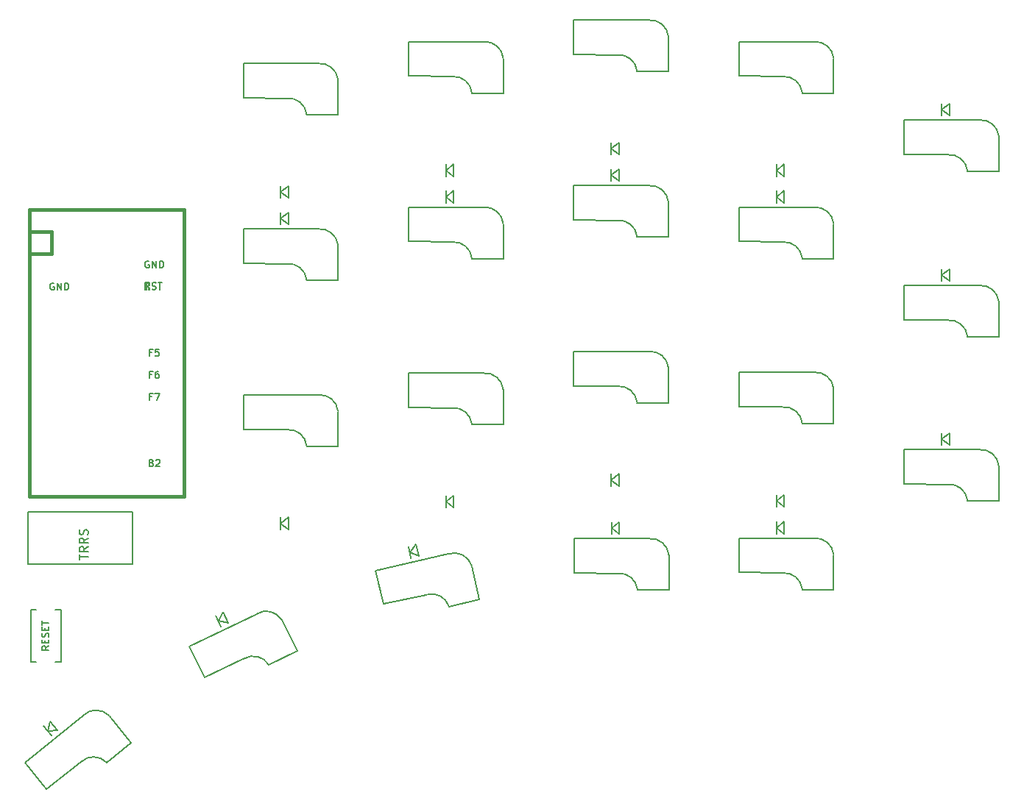
<source format=gto>
G04 #@! TF.GenerationSoftware,KiCad,Pcbnew,5.1.8*
G04 #@! TF.CreationDate,2020-12-01T13:34:08+01:00*
G04 #@! TF.ProjectId,puggle,70756767-6c65-42e6-9b69-6361645f7063,rev?*
G04 #@! TF.SameCoordinates,Original*
G04 #@! TF.FileFunction,Legend,Top*
G04 #@! TF.FilePolarity,Positive*
%FSLAX46Y46*%
G04 Gerber Fmt 4.6, Leading zero omitted, Abs format (unit mm)*
G04 Created by KiCad (PCBNEW 5.1.8) date 2020-12-01 13:34:08*
%MOMM*%
%LPD*%
G01*
G04 APERTURE LIST*
%ADD10C,0.150000*%
%ADD11C,0.381000*%
G04 APERTURE END LIST*
D10*
X94764000Y-106093000D02*
X94064000Y-106093000D01*
X91264000Y-106093000D02*
X91864000Y-106093000D01*
X91264000Y-112093000D02*
X91864000Y-112093000D01*
X94764000Y-112093000D02*
X94064000Y-112093000D01*
X91264000Y-106093000D02*
X91264000Y-112093000D01*
X94764000Y-112093000D02*
X94764000Y-106093000D01*
X102932000Y-100790000D02*
X90932000Y-100790000D01*
X102932000Y-94790000D02*
X102932000Y-100790000D01*
X90932000Y-94790000D02*
X102932000Y-94790000D01*
X90932000Y-100790000D02*
X90932000Y-94790000D01*
D11*
X91110000Y-62547500D02*
X91110000Y-93027500D01*
X91110000Y-93027500D02*
X108890000Y-93027500D01*
X108890000Y-93027500D02*
X108890000Y-62547500D01*
X93650000Y-62547500D02*
X93650000Y-65087500D01*
X93650000Y-65087500D02*
X91110000Y-65087500D01*
D10*
G36*
X104931568Y-68426860D02*
G01*
X104931568Y-68726860D01*
X104831568Y-68726860D01*
X104831568Y-68426860D01*
X104931568Y-68426860D01*
G37*
X104931568Y-68426860D02*
X104931568Y-68726860D01*
X104831568Y-68726860D01*
X104831568Y-68426860D01*
X104931568Y-68426860D01*
G36*
X104731568Y-68826860D02*
G01*
X104731568Y-68926860D01*
X104631568Y-68926860D01*
X104631568Y-68826860D01*
X104731568Y-68826860D01*
G37*
X104731568Y-68826860D02*
X104731568Y-68926860D01*
X104631568Y-68926860D01*
X104631568Y-68826860D01*
X104731568Y-68826860D01*
G36*
X104931568Y-68426860D02*
G01*
X104931568Y-68526860D01*
X104431568Y-68526860D01*
X104431568Y-68426860D01*
X104931568Y-68426860D01*
G37*
X104931568Y-68426860D02*
X104931568Y-68526860D01*
X104431568Y-68526860D01*
X104431568Y-68426860D01*
X104931568Y-68426860D01*
G36*
X104531568Y-68426860D02*
G01*
X104531568Y-69226860D01*
X104431568Y-69226860D01*
X104431568Y-68426860D01*
X104531568Y-68426860D01*
G37*
X104531568Y-68426860D02*
X104531568Y-69226860D01*
X104431568Y-69226860D01*
X104431568Y-68426860D01*
X104531568Y-68426860D01*
G36*
X104931568Y-69026860D02*
G01*
X104931568Y-69226860D01*
X104831568Y-69226860D01*
X104831568Y-69026860D01*
X104931568Y-69026860D01*
G37*
X104931568Y-69026860D02*
X104931568Y-69226860D01*
X104831568Y-69226860D01*
X104831568Y-69026860D01*
X104931568Y-69026860D01*
D11*
X108890000Y-62547500D02*
X108890000Y-60007500D01*
X108890000Y-60007500D02*
X91110000Y-60007500D01*
X91110000Y-60007500D02*
X91110000Y-62547500D01*
X93650000Y-62547500D02*
X91110000Y-62547500D01*
D10*
X172700000Y-101800000D02*
X177750000Y-101846000D01*
X172700000Y-101754000D02*
X172700000Y-97846000D01*
X172700000Y-97846000D02*
X181325000Y-97846000D01*
X183600000Y-99800000D02*
X183600000Y-103745000D01*
X183600000Y-103754000D02*
X179990000Y-103754000D01*
X183589000Y-99730000D02*
G75*
G03*
X181325000Y-97846000I-2074000J-190000D01*
G01*
X179985001Y-103729999D02*
G75*
G03*
X177725000Y-101850000I-2070000J-190001D01*
G01*
X164650000Y-103804000D02*
X161040000Y-103804000D01*
X164650000Y-99850000D02*
X164650000Y-103795000D01*
X153750000Y-97896000D02*
X162375000Y-97896000D01*
X153750000Y-101804000D02*
X153750000Y-97896000D01*
X153750000Y-101850000D02*
X158800000Y-101896000D01*
X161035001Y-103779999D02*
G75*
G03*
X158775000Y-101900000I-2070000J-190001D01*
G01*
X164639000Y-99780000D02*
G75*
G03*
X162375000Y-97896000I-2074000J-190000D01*
G01*
X131805325Y-105444061D02*
X136736242Y-104352880D01*
X131794977Y-105399240D02*
X130915869Y-101591402D01*
X130915869Y-101591402D02*
X139319811Y-99651199D01*
X141976057Y-101043355D02*
X142863489Y-104887245D01*
X142865513Y-104896014D02*
X139348037Y-105708087D01*
X141949592Y-100977624D02*
G75*
G03*
X139319811Y-99651199I-1978103J-651678D01*
G01*
X139337767Y-105685826D02*
G75*
G03*
X136712782Y-104362401I-1974205J-650780D01*
G01*
X111231579Y-113882485D02*
X115790654Y-111710056D01*
X111211414Y-113841141D02*
X109498259Y-110328654D01*
X109498259Y-110328654D02*
X117250358Y-106547703D01*
X120151692Y-107306652D02*
X121881066Y-110852394D01*
X121885011Y-110860484D02*
X118640365Y-112443003D01*
X120111119Y-107248558D02*
G75*
G03*
X117250358Y-106547703I-1780808J-1079953D01*
G01*
X118625350Y-112423623D02*
G75*
G03*
X115769937Y-111724610I-1777213J-1078200D01*
G01*
X93083369Y-126732719D02*
X97036905Y-123590400D01*
X93054421Y-126696970D02*
X90595036Y-123659884D01*
X90595036Y-123659884D02*
X97297920Y-118231995D01*
X100295619Y-118318835D02*
X102778288Y-121384676D01*
X102783952Y-121391670D02*
X99978455Y-123663516D01*
X100243019Y-118271356D02*
G75*
G03*
X97297920Y-118231995I-1492230J-1452869D01*
G01*
X99959466Y-123648011D02*
G75*
G03*
X97019994Y-123609241I-1489121J-1450351D01*
G01*
X191700000Y-91600000D02*
X196750000Y-91646000D01*
X191700000Y-91554000D02*
X191700000Y-87646000D01*
X191700000Y-87646000D02*
X200325000Y-87646000D01*
X202600000Y-89600000D02*
X202600000Y-93545000D01*
X202600000Y-93554000D02*
X198990000Y-93554000D01*
X202589000Y-89530000D02*
G75*
G03*
X200325000Y-87646000I-2074000J-190000D01*
G01*
X198985001Y-93529999D02*
G75*
G03*
X196725000Y-91650000I-2070000J-190001D01*
G01*
X172700000Y-82700000D02*
X177750000Y-82746000D01*
X172700000Y-82654000D02*
X172700000Y-78746000D01*
X172700000Y-78746000D02*
X181325000Y-78746000D01*
X183600000Y-80700000D02*
X183600000Y-84645000D01*
X183600000Y-84654000D02*
X179990000Y-84654000D01*
X183589000Y-80630000D02*
G75*
G03*
X181325000Y-78746000I-2074000J-190000D01*
G01*
X179985001Y-84629999D02*
G75*
G03*
X177725000Y-82750000I-2070000J-190001D01*
G01*
X153700000Y-80300000D02*
X158750000Y-80346000D01*
X153700000Y-80254000D02*
X153700000Y-76346000D01*
X153700000Y-76346000D02*
X162325000Y-76346000D01*
X164600000Y-78300000D02*
X164600000Y-82245000D01*
X164600000Y-82254000D02*
X160990000Y-82254000D01*
X164589000Y-78230000D02*
G75*
G03*
X162325000Y-76346000I-2074000J-190000D01*
G01*
X160985001Y-82229999D02*
G75*
G03*
X158725000Y-80350000I-2070000J-190001D01*
G01*
X134700000Y-82800000D02*
X139750000Y-82846000D01*
X134700000Y-82754000D02*
X134700000Y-78846000D01*
X134700000Y-78846000D02*
X143325000Y-78846000D01*
X145600000Y-80800000D02*
X145600000Y-84745000D01*
X145600000Y-84754000D02*
X141990000Y-84754000D01*
X145589000Y-80730000D02*
G75*
G03*
X143325000Y-78846000I-2074000J-190000D01*
G01*
X141985001Y-84729999D02*
G75*
G03*
X139725000Y-82850000I-2070000J-190001D01*
G01*
X115700000Y-85300000D02*
X120750000Y-85346000D01*
X115700000Y-85254000D02*
X115700000Y-81346000D01*
X115700000Y-81346000D02*
X124325000Y-81346000D01*
X126600000Y-83300000D02*
X126600000Y-87245000D01*
X126600000Y-87254000D02*
X122990000Y-87254000D01*
X126589000Y-83230000D02*
G75*
G03*
X124325000Y-81346000I-2074000J-190000D01*
G01*
X122985001Y-87229999D02*
G75*
G03*
X120725000Y-85350000I-2070000J-190001D01*
G01*
X191700000Y-72700000D02*
X196750000Y-72746000D01*
X191700000Y-72654000D02*
X191700000Y-68746000D01*
X191700000Y-68746000D02*
X200325000Y-68746000D01*
X202600000Y-70700000D02*
X202600000Y-74645000D01*
X202600000Y-74654000D02*
X198990000Y-74654000D01*
X202589000Y-70630000D02*
G75*
G03*
X200325000Y-68746000I-2074000J-190000D01*
G01*
X198985001Y-74629999D02*
G75*
G03*
X196725000Y-72750000I-2070000J-190001D01*
G01*
X172700000Y-63700000D02*
X177750000Y-63746000D01*
X172700000Y-63654000D02*
X172700000Y-59746000D01*
X172700000Y-59746000D02*
X181325000Y-59746000D01*
X183600000Y-61700000D02*
X183600000Y-65645000D01*
X183600000Y-65654000D02*
X179990000Y-65654000D01*
X183589000Y-61630000D02*
G75*
G03*
X181325000Y-59746000I-2074000J-190000D01*
G01*
X179985001Y-65629999D02*
G75*
G03*
X177725000Y-63750000I-2070000J-190001D01*
G01*
X153700000Y-61210000D02*
X158750000Y-61256000D01*
X153700000Y-61164000D02*
X153700000Y-57256000D01*
X153700000Y-57256000D02*
X162325000Y-57256000D01*
X164600000Y-59210000D02*
X164600000Y-63155000D01*
X164600000Y-63164000D02*
X160990000Y-63164000D01*
X164589000Y-59140000D02*
G75*
G03*
X162325000Y-57256000I-2074000J-190000D01*
G01*
X160985001Y-63139999D02*
G75*
G03*
X158725000Y-61260000I-2070000J-190001D01*
G01*
X134700000Y-63700000D02*
X139750000Y-63746000D01*
X134700000Y-63654000D02*
X134700000Y-59746000D01*
X134700000Y-59746000D02*
X143325000Y-59746000D01*
X145600000Y-61700000D02*
X145600000Y-65645000D01*
X145600000Y-65654000D02*
X141990000Y-65654000D01*
X145589000Y-61630000D02*
G75*
G03*
X143325000Y-59746000I-2074000J-190000D01*
G01*
X141985001Y-65629999D02*
G75*
G03*
X139725000Y-63750000I-2070000J-190001D01*
G01*
X115700000Y-66200000D02*
X120750000Y-66246000D01*
X115700000Y-66154000D02*
X115700000Y-62246000D01*
X115700000Y-62246000D02*
X124325000Y-62246000D01*
X126600000Y-64200000D02*
X126600000Y-68145000D01*
X126600000Y-68154000D02*
X122990000Y-68154000D01*
X126589000Y-64130000D02*
G75*
G03*
X124325000Y-62246000I-2074000J-190000D01*
G01*
X122985001Y-68129999D02*
G75*
G03*
X120725000Y-66250000I-2070000J-190001D01*
G01*
X191700000Y-53650000D02*
X196750000Y-53696000D01*
X191700000Y-53604000D02*
X191700000Y-49696000D01*
X191700000Y-49696000D02*
X200325000Y-49696000D01*
X202600000Y-51650000D02*
X202600000Y-55595000D01*
X202600000Y-55604000D02*
X198990000Y-55604000D01*
X202589000Y-51580000D02*
G75*
G03*
X200325000Y-49696000I-2074000J-190000D01*
G01*
X198985001Y-55579999D02*
G75*
G03*
X196725000Y-53700000I-2070000J-190001D01*
G01*
X172700000Y-44650000D02*
X177750000Y-44696000D01*
X172700000Y-44604000D02*
X172700000Y-40696000D01*
X172700000Y-40696000D02*
X181325000Y-40696000D01*
X183600000Y-42650000D02*
X183600000Y-46595000D01*
X183600000Y-46604000D02*
X179990000Y-46604000D01*
X183589000Y-42580000D02*
G75*
G03*
X181325000Y-40696000I-2074000J-190000D01*
G01*
X179985001Y-46579999D02*
G75*
G03*
X177725000Y-44700000I-2070000J-190001D01*
G01*
X153700000Y-42160000D02*
X158750000Y-42206000D01*
X153700000Y-42114000D02*
X153700000Y-38206000D01*
X153700000Y-38206000D02*
X162325000Y-38206000D01*
X164600000Y-40160000D02*
X164600000Y-44105000D01*
X164600000Y-44114000D02*
X160990000Y-44114000D01*
X164589000Y-40090000D02*
G75*
G03*
X162325000Y-38206000I-2074000J-190000D01*
G01*
X160985001Y-44089999D02*
G75*
G03*
X158725000Y-42210000I-2070000J-190001D01*
G01*
X134700000Y-44650000D02*
X139750000Y-44696000D01*
X134700000Y-44604000D02*
X134700000Y-40696000D01*
X134700000Y-40696000D02*
X143325000Y-40696000D01*
X145600000Y-42650000D02*
X145600000Y-46595000D01*
X145600000Y-46604000D02*
X141990000Y-46604000D01*
X145589000Y-42580000D02*
G75*
G03*
X143325000Y-40696000I-2074000J-190000D01*
G01*
X141985001Y-46579999D02*
G75*
G03*
X139725000Y-44700000I-2070000J-190001D01*
G01*
X115700000Y-47150000D02*
X120750000Y-47196000D01*
X115700000Y-47104000D02*
X115700000Y-43196000D01*
X115700000Y-43196000D02*
X124325000Y-43196000D01*
X126600000Y-45150000D02*
X126600000Y-49095000D01*
X126600000Y-49104000D02*
X122990000Y-49104000D01*
X126589000Y-45080000D02*
G75*
G03*
X124325000Y-43196000I-2074000J-190000D01*
G01*
X122985001Y-49079999D02*
G75*
G03*
X120725000Y-47200000I-2070000J-190001D01*
G01*
X177900000Y-95950000D02*
X177900000Y-97350000D01*
X177900000Y-97350000D02*
X177000000Y-96650000D01*
X177000000Y-96650000D02*
X177900000Y-95950000D01*
X177000000Y-95950000D02*
X177000000Y-97350000D01*
X158050000Y-96000000D02*
X158050000Y-97400000D01*
X158050000Y-96700000D02*
X158950000Y-96000000D01*
X158950000Y-97400000D02*
X158050000Y-96700000D01*
X158950000Y-96000000D02*
X158950000Y-97400000D01*
X135556086Y-98574252D02*
X135871018Y-99938370D01*
X135871018Y-99938370D02*
X134836619Y-99458767D01*
X134836619Y-99458767D02*
X135556086Y-98574252D01*
X134679153Y-98776707D02*
X134994085Y-100140826D01*
X113340837Y-106345011D02*
X113954556Y-107603322D01*
X113954556Y-107603322D02*
X112838782Y-107368701D01*
X112838782Y-107368701D02*
X113340837Y-106345011D01*
X112531922Y-106739545D02*
X113145642Y-107997856D01*
X93443004Y-118913949D02*
X94324053Y-120001953D01*
X94324053Y-120001953D02*
X93184097Y-120024339D01*
X93184097Y-120024339D02*
X93443004Y-118913949D01*
X92743573Y-119480337D02*
X93624621Y-120568341D01*
X196900000Y-85750000D02*
X196900000Y-87150000D01*
X196900000Y-87150000D02*
X196000000Y-86450000D01*
X196000000Y-86450000D02*
X196900000Y-85750000D01*
X196000000Y-85750000D02*
X196000000Y-87150000D01*
X177900000Y-92850000D02*
X177900000Y-94250000D01*
X177900000Y-94250000D02*
X177000000Y-93550000D01*
X177000000Y-93550000D02*
X177900000Y-92850000D01*
X177000000Y-92850000D02*
X177000000Y-94250000D01*
X158900000Y-90450000D02*
X158900000Y-91850000D01*
X158900000Y-91850000D02*
X158000000Y-91150000D01*
X158000000Y-91150000D02*
X158900000Y-90450000D01*
X158000000Y-90450000D02*
X158000000Y-91850000D01*
X139900000Y-92950000D02*
X139900000Y-94350000D01*
X139900000Y-94350000D02*
X139000000Y-93650000D01*
X139000000Y-93650000D02*
X139900000Y-92950000D01*
X139000000Y-92950000D02*
X139000000Y-94350000D01*
X120900000Y-95450000D02*
X120900000Y-96850000D01*
X120900000Y-96850000D02*
X120000000Y-96150000D01*
X120000000Y-96150000D02*
X120900000Y-95450000D01*
X120000000Y-95450000D02*
X120000000Y-96850000D01*
X196900000Y-66850000D02*
X196900000Y-68250000D01*
X196900000Y-68250000D02*
X196000000Y-67550000D01*
X196000000Y-67550000D02*
X196900000Y-66850000D01*
X196000000Y-66850000D02*
X196000000Y-68250000D01*
X177900000Y-57850000D02*
X177900000Y-59250000D01*
X177900000Y-59250000D02*
X177000000Y-58550000D01*
X177000000Y-58550000D02*
X177900000Y-57850000D01*
X177000000Y-57850000D02*
X177000000Y-59250000D01*
X158900000Y-55360000D02*
X158900000Y-56760000D01*
X158900000Y-56760000D02*
X158000000Y-56060000D01*
X158000000Y-56060000D02*
X158900000Y-55360000D01*
X158000000Y-55360000D02*
X158000000Y-56760000D01*
X139900000Y-57850000D02*
X139900000Y-59250000D01*
X139900000Y-59250000D02*
X139000000Y-58550000D01*
X139000000Y-58550000D02*
X139900000Y-57850000D01*
X139000000Y-57850000D02*
X139000000Y-59250000D01*
X120900000Y-60350000D02*
X120900000Y-61750000D01*
X120900000Y-61750000D02*
X120000000Y-61050000D01*
X120000000Y-61050000D02*
X120900000Y-60350000D01*
X120000000Y-60350000D02*
X120000000Y-61750000D01*
X196900000Y-47800000D02*
X196900000Y-49200000D01*
X196900000Y-49200000D02*
X196000000Y-48500000D01*
X196000000Y-48500000D02*
X196900000Y-47800000D01*
X196000000Y-47800000D02*
X196000000Y-49200000D01*
X177900000Y-54800000D02*
X177900000Y-56200000D01*
X177900000Y-56200000D02*
X177000000Y-55500000D01*
X177000000Y-55500000D02*
X177900000Y-54800000D01*
X177000000Y-54800000D02*
X177000000Y-56200000D01*
X158900000Y-52310000D02*
X158900000Y-53710000D01*
X158900000Y-53710000D02*
X158000000Y-53010000D01*
X158000000Y-53010000D02*
X158900000Y-52310000D01*
X158000000Y-52310000D02*
X158000000Y-53710000D01*
X139900000Y-54800000D02*
X139900000Y-56200000D01*
X139900000Y-56200000D02*
X139000000Y-55500000D01*
X139000000Y-55500000D02*
X139900000Y-54800000D01*
X139000000Y-54800000D02*
X139000000Y-56200000D01*
X120900000Y-57300000D02*
X120900000Y-58700000D01*
X120900000Y-58700000D02*
X120000000Y-58000000D01*
X120000000Y-58000000D02*
X120900000Y-57300000D01*
X120000000Y-57300000D02*
X120000000Y-58700000D01*
X93325904Y-110254904D02*
X92944952Y-110521571D01*
X93325904Y-110712047D02*
X92525904Y-110712047D01*
X92525904Y-110407285D01*
X92564000Y-110331095D01*
X92602095Y-110293000D01*
X92678285Y-110254904D01*
X92792571Y-110254904D01*
X92868761Y-110293000D01*
X92906857Y-110331095D01*
X92944952Y-110407285D01*
X92944952Y-110712047D01*
X92906857Y-109912047D02*
X92906857Y-109645380D01*
X93325904Y-109531095D02*
X93325904Y-109912047D01*
X92525904Y-109912047D01*
X92525904Y-109531095D01*
X93287809Y-109226333D02*
X93325904Y-109112047D01*
X93325904Y-108921571D01*
X93287809Y-108845380D01*
X93249714Y-108807285D01*
X93173523Y-108769190D01*
X93097333Y-108769190D01*
X93021142Y-108807285D01*
X92983047Y-108845380D01*
X92944952Y-108921571D01*
X92906857Y-109073952D01*
X92868761Y-109150142D01*
X92830666Y-109188238D01*
X92754476Y-109226333D01*
X92678285Y-109226333D01*
X92602095Y-109188238D01*
X92564000Y-109150142D01*
X92525904Y-109073952D01*
X92525904Y-108883476D01*
X92564000Y-108769190D01*
X92906857Y-108426333D02*
X92906857Y-108159666D01*
X93325904Y-108045380D02*
X93325904Y-108426333D01*
X92525904Y-108426333D01*
X92525904Y-108045380D01*
X92525904Y-107816809D02*
X92525904Y-107359666D01*
X93325904Y-107588238D02*
X92525904Y-107588238D01*
X96834380Y-100301904D02*
X96834380Y-99730476D01*
X97834380Y-100016190D02*
X96834380Y-100016190D01*
X97834380Y-98825714D02*
X97358190Y-99159047D01*
X97834380Y-99397142D02*
X96834380Y-99397142D01*
X96834380Y-99016190D01*
X96882000Y-98920952D01*
X96929619Y-98873333D01*
X97024857Y-98825714D01*
X97167714Y-98825714D01*
X97262952Y-98873333D01*
X97310571Y-98920952D01*
X97358190Y-99016190D01*
X97358190Y-99397142D01*
X97834380Y-97825714D02*
X97358190Y-98159047D01*
X97834380Y-98397142D02*
X96834380Y-98397142D01*
X96834380Y-98016190D01*
X96882000Y-97920952D01*
X96929619Y-97873333D01*
X97024857Y-97825714D01*
X97167714Y-97825714D01*
X97262952Y-97873333D01*
X97310571Y-97920952D01*
X97358190Y-98016190D01*
X97358190Y-98397142D01*
X97786761Y-97444761D02*
X97834380Y-97301904D01*
X97834380Y-97063809D01*
X97786761Y-96968571D01*
X97739142Y-96920952D01*
X97643904Y-96873333D01*
X97548666Y-96873333D01*
X97453428Y-96920952D01*
X97405809Y-96968571D01*
X97358190Y-97063809D01*
X97310571Y-97254285D01*
X97262952Y-97349523D01*
X97215333Y-97397142D01*
X97120095Y-97444761D01*
X97024857Y-97444761D01*
X96929619Y-97397142D01*
X96882000Y-97349523D01*
X96834380Y-97254285D01*
X96834380Y-97016190D01*
X96882000Y-96873333D01*
X96834380Y-100301904D02*
X96834380Y-99730476D01*
X97834380Y-100016190D02*
X96834380Y-100016190D01*
X97834380Y-98825714D02*
X97358190Y-99159047D01*
X97834380Y-99397142D02*
X96834380Y-99397142D01*
X96834380Y-99016190D01*
X96882000Y-98920952D01*
X96929619Y-98873333D01*
X97024857Y-98825714D01*
X97167714Y-98825714D01*
X97262952Y-98873333D01*
X97310571Y-98920952D01*
X97358190Y-99016190D01*
X97358190Y-99397142D01*
X97834380Y-97825714D02*
X97358190Y-98159047D01*
X97834380Y-98397142D02*
X96834380Y-98397142D01*
X96834380Y-98016190D01*
X96882000Y-97920952D01*
X96929619Y-97873333D01*
X97024857Y-97825714D01*
X97167714Y-97825714D01*
X97262952Y-97873333D01*
X97310571Y-97920952D01*
X97358190Y-98016190D01*
X97358190Y-98397142D01*
X97786761Y-97444761D02*
X97834380Y-97301904D01*
X97834380Y-97063809D01*
X97786761Y-96968571D01*
X97739142Y-96920952D01*
X97643904Y-96873333D01*
X97548666Y-96873333D01*
X97453428Y-96920952D01*
X97405809Y-96968571D01*
X97358190Y-97063809D01*
X97310571Y-97254285D01*
X97262952Y-97349523D01*
X97215333Y-97397142D01*
X97120095Y-97444761D01*
X97024857Y-97444761D01*
X96929619Y-97397142D01*
X96882000Y-97349523D01*
X96834380Y-97254285D01*
X96834380Y-97016190D01*
X96882000Y-96873333D01*
X105199786Y-69191309D02*
X105314072Y-69229404D01*
X105504548Y-69229404D01*
X105580739Y-69191309D01*
X105618834Y-69153214D01*
X105656929Y-69077023D01*
X105656929Y-69000833D01*
X105618834Y-68924642D01*
X105580739Y-68886547D01*
X105504548Y-68848452D01*
X105352167Y-68810357D01*
X105275977Y-68772261D01*
X105237881Y-68734166D01*
X105199786Y-68657976D01*
X105199786Y-68581785D01*
X105237881Y-68505595D01*
X105275977Y-68467500D01*
X105352167Y-68429404D01*
X105542643Y-68429404D01*
X105656929Y-68467500D01*
X105885500Y-68429404D02*
X106342643Y-68429404D01*
X106114072Y-69229404D02*
X106114072Y-68429404D01*
X93929476Y-68497500D02*
X93853285Y-68459404D01*
X93739000Y-68459404D01*
X93624714Y-68497500D01*
X93548523Y-68573690D01*
X93510428Y-68649880D01*
X93472333Y-68802261D01*
X93472333Y-68916547D01*
X93510428Y-69068928D01*
X93548523Y-69145119D01*
X93624714Y-69221309D01*
X93739000Y-69259404D01*
X93815190Y-69259404D01*
X93929476Y-69221309D01*
X93967571Y-69183214D01*
X93967571Y-68916547D01*
X93815190Y-68916547D01*
X94310428Y-69259404D02*
X94310428Y-68459404D01*
X94767571Y-69259404D01*
X94767571Y-68459404D01*
X95148523Y-69259404D02*
X95148523Y-68459404D01*
X95339000Y-68459404D01*
X95453285Y-68497500D01*
X95529476Y-68573690D01*
X95567571Y-68649880D01*
X95605666Y-68802261D01*
X95605666Y-68916547D01*
X95567571Y-69068928D01*
X95529476Y-69145119D01*
X95453285Y-69221309D01*
X95339000Y-69259404D01*
X95148523Y-69259404D01*
X105137190Y-89160357D02*
X105251476Y-89198452D01*
X105289571Y-89236547D01*
X105327666Y-89312738D01*
X105327666Y-89427023D01*
X105289571Y-89503214D01*
X105251476Y-89541309D01*
X105175285Y-89579404D01*
X104870523Y-89579404D01*
X104870523Y-88779404D01*
X105137190Y-88779404D01*
X105213380Y-88817500D01*
X105251476Y-88855595D01*
X105289571Y-88931785D01*
X105289571Y-89007976D01*
X105251476Y-89084166D01*
X105213380Y-89122261D01*
X105137190Y-89160357D01*
X104870523Y-89160357D01*
X105632428Y-88855595D02*
X105670523Y-88817500D01*
X105746714Y-88779404D01*
X105937190Y-88779404D01*
X106013380Y-88817500D01*
X106051476Y-88855595D01*
X106089571Y-88931785D01*
X106089571Y-89007976D01*
X106051476Y-89122261D01*
X105594333Y-89579404D01*
X106089571Y-89579404D01*
X105194333Y-81540357D02*
X104927666Y-81540357D01*
X104927666Y-81959404D02*
X104927666Y-81159404D01*
X105308619Y-81159404D01*
X105537190Y-81159404D02*
X106070523Y-81159404D01*
X105727666Y-81959404D01*
X105194333Y-79000357D02*
X104927666Y-79000357D01*
X104927666Y-79419404D02*
X104927666Y-78619404D01*
X105308619Y-78619404D01*
X105956238Y-78619404D02*
X105803857Y-78619404D01*
X105727666Y-78657500D01*
X105689571Y-78695595D01*
X105613380Y-78809880D01*
X105575285Y-78962261D01*
X105575285Y-79267023D01*
X105613380Y-79343214D01*
X105651476Y-79381309D01*
X105727666Y-79419404D01*
X105880047Y-79419404D01*
X105956238Y-79381309D01*
X105994333Y-79343214D01*
X106032428Y-79267023D01*
X106032428Y-79076547D01*
X105994333Y-79000357D01*
X105956238Y-78962261D01*
X105880047Y-78924166D01*
X105727666Y-78924166D01*
X105651476Y-78962261D01*
X105613380Y-79000357D01*
X105575285Y-79076547D01*
X105194333Y-76460357D02*
X104927666Y-76460357D01*
X104927666Y-76879404D02*
X104927666Y-76079404D01*
X105308619Y-76079404D01*
X105994333Y-76079404D02*
X105613380Y-76079404D01*
X105575285Y-76460357D01*
X105613380Y-76422261D01*
X105689571Y-76384166D01*
X105880047Y-76384166D01*
X105956238Y-76422261D01*
X105994333Y-76460357D01*
X106032428Y-76536547D01*
X106032428Y-76727023D01*
X105994333Y-76803214D01*
X105956238Y-76841309D01*
X105880047Y-76879404D01*
X105689571Y-76879404D01*
X105613380Y-76841309D01*
X105575285Y-76803214D01*
X105199786Y-69191309D02*
X105314072Y-69229404D01*
X105504548Y-69229404D01*
X105580739Y-69191309D01*
X105618834Y-69153214D01*
X105656929Y-69077023D01*
X105656929Y-69000833D01*
X105618834Y-68924642D01*
X105580739Y-68886547D01*
X105504548Y-68848452D01*
X105352167Y-68810357D01*
X105275977Y-68772261D01*
X105237881Y-68734166D01*
X105199786Y-68657976D01*
X105199786Y-68581785D01*
X105237881Y-68505595D01*
X105275977Y-68467500D01*
X105352167Y-68429404D01*
X105542643Y-68429404D01*
X105656929Y-68467500D01*
X105885500Y-68429404D02*
X106342643Y-68429404D01*
X106114072Y-69229404D02*
X106114072Y-68429404D01*
X104851476Y-65957500D02*
X104775285Y-65919404D01*
X104661000Y-65919404D01*
X104546714Y-65957500D01*
X104470523Y-66033690D01*
X104432428Y-66109880D01*
X104394333Y-66262261D01*
X104394333Y-66376547D01*
X104432428Y-66528928D01*
X104470523Y-66605119D01*
X104546714Y-66681309D01*
X104661000Y-66719404D01*
X104737190Y-66719404D01*
X104851476Y-66681309D01*
X104889571Y-66643214D01*
X104889571Y-66376547D01*
X104737190Y-66376547D01*
X105232428Y-66719404D02*
X105232428Y-65919404D01*
X105689571Y-66719404D01*
X105689571Y-65919404D01*
X106070523Y-66719404D02*
X106070523Y-65919404D01*
X106261000Y-65919404D01*
X106375285Y-65957500D01*
X106451476Y-66033690D01*
X106489571Y-66109880D01*
X106527666Y-66262261D01*
X106527666Y-66376547D01*
X106489571Y-66528928D01*
X106451476Y-66605119D01*
X106375285Y-66681309D01*
X106261000Y-66719404D01*
X106070523Y-66719404D01*
X105194333Y-76460357D02*
X104927666Y-76460357D01*
X104927666Y-76879404D02*
X104927666Y-76079404D01*
X105308619Y-76079404D01*
X105994333Y-76079404D02*
X105613380Y-76079404D01*
X105575285Y-76460357D01*
X105613380Y-76422261D01*
X105689571Y-76384166D01*
X105880047Y-76384166D01*
X105956238Y-76422261D01*
X105994333Y-76460357D01*
X106032428Y-76536547D01*
X106032428Y-76727023D01*
X105994333Y-76803214D01*
X105956238Y-76841309D01*
X105880047Y-76879404D01*
X105689571Y-76879404D01*
X105613380Y-76841309D01*
X105575285Y-76803214D01*
X105194333Y-79000357D02*
X104927666Y-79000357D01*
X104927666Y-79419404D02*
X104927666Y-78619404D01*
X105308619Y-78619404D01*
X105956238Y-78619404D02*
X105803857Y-78619404D01*
X105727666Y-78657500D01*
X105689571Y-78695595D01*
X105613380Y-78809880D01*
X105575285Y-78962261D01*
X105575285Y-79267023D01*
X105613380Y-79343214D01*
X105651476Y-79381309D01*
X105727666Y-79419404D01*
X105880047Y-79419404D01*
X105956238Y-79381309D01*
X105994333Y-79343214D01*
X106032428Y-79267023D01*
X106032428Y-79076547D01*
X105994333Y-79000357D01*
X105956238Y-78962261D01*
X105880047Y-78924166D01*
X105727666Y-78924166D01*
X105651476Y-78962261D01*
X105613380Y-79000357D01*
X105575285Y-79076547D01*
X105194333Y-81540357D02*
X104927666Y-81540357D01*
X104927666Y-81959404D02*
X104927666Y-81159404D01*
X105308619Y-81159404D01*
X105537190Y-81159404D02*
X106070523Y-81159404D01*
X105727666Y-81959404D01*
X105137190Y-89160357D02*
X105251476Y-89198452D01*
X105289571Y-89236547D01*
X105327666Y-89312738D01*
X105327666Y-89427023D01*
X105289571Y-89503214D01*
X105251476Y-89541309D01*
X105175285Y-89579404D01*
X104870523Y-89579404D01*
X104870523Y-88779404D01*
X105137190Y-88779404D01*
X105213380Y-88817500D01*
X105251476Y-88855595D01*
X105289571Y-88931785D01*
X105289571Y-89007976D01*
X105251476Y-89084166D01*
X105213380Y-89122261D01*
X105137190Y-89160357D01*
X104870523Y-89160357D01*
X105632428Y-88855595D02*
X105670523Y-88817500D01*
X105746714Y-88779404D01*
X105937190Y-88779404D01*
X106013380Y-88817500D01*
X106051476Y-88855595D01*
X106089571Y-88931785D01*
X106089571Y-89007976D01*
X106051476Y-89122261D01*
X105594333Y-89579404D01*
X106089571Y-89579404D01*
M02*

</source>
